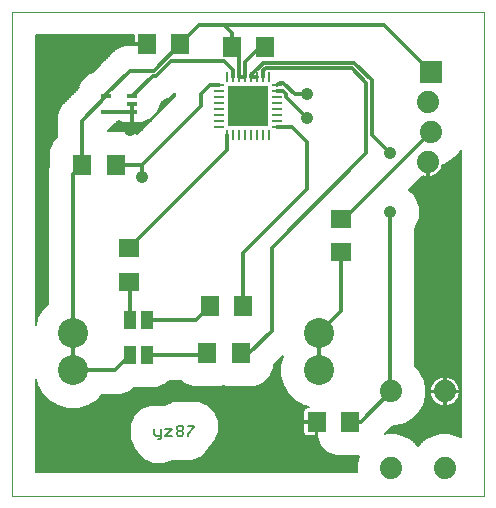
<source format=gtl>
G75*
%MOIN*%
%OFA0B0*%
%FSLAX25Y25*%
%IPPOS*%
%LPD*%
%AMOC8*
5,1,8,0,0,1.08239X$1,22.5*
%
%ADD10C,0.00000*%
%ADD11C,0.00600*%
%ADD12C,0.10000*%
%ADD13R,0.06299X0.07087*%
%ADD14R,0.07400X0.07400*%
%ADD15C,0.07400*%
%ADD16R,0.07098X0.06299*%
%ADD17R,0.06299X0.07098*%
%ADD18R,0.03937X0.05906*%
%ADD19R,0.03543X0.01575*%
%ADD20R,0.03346X0.01102*%
%ADD21R,0.01102X0.03346*%
%ADD22R,0.13583X0.13583*%
%ADD23C,0.00500*%
%ADD24C,0.01200*%
%ADD25C,0.04165*%
D10*
X0001300Y0013125D02*
X0001300Y0174542D01*
X0158780Y0174542D01*
X0158780Y0013125D01*
X0001300Y0013125D01*
D11*
X0009200Y0021025D02*
X0009200Y0052172D01*
X0009752Y0050114D01*
X0011450Y0047172D01*
X0013852Y0044771D01*
X0016793Y0043072D01*
X0020074Y0042193D01*
X0023471Y0042193D01*
X0026752Y0043072D01*
X0029693Y0044771D01*
X0031516Y0046593D01*
X0037518Y0046593D01*
X0040642Y0047887D01*
X0041878Y0049122D01*
X0049761Y0049122D01*
X0052665Y0050325D01*
X0053815Y0051475D01*
X0057708Y0051475D01*
X0058707Y0050477D01*
X0061610Y0049274D01*
X0071053Y0049274D01*
X0071930Y0049637D01*
X0072807Y0049274D01*
X0082249Y0049274D01*
X0085153Y0050477D01*
X0087375Y0052699D01*
X0088578Y0055602D01*
X0088578Y0056886D01*
X0091596Y0059904D01*
X0090762Y0056791D01*
X0090762Y0053395D01*
X0091641Y0050114D01*
X0093340Y0047172D01*
X0095741Y0044771D01*
X0098683Y0043072D01*
X0100395Y0042614D01*
X0099633Y0042614D01*
X0099302Y0042525D01*
X0099006Y0042354D01*
X0098764Y0042112D01*
X0098593Y0041815D01*
X0098504Y0041485D01*
X0098504Y0038070D01*
X0102653Y0038070D01*
X0102653Y0037470D01*
X0098504Y0037470D01*
X0098504Y0034056D01*
X0098593Y0033725D01*
X0098764Y0033429D01*
X0099006Y0033187D01*
X0099302Y0033016D01*
X0099633Y0032927D01*
X0102654Y0032927D01*
X0102654Y0037470D01*
X0102928Y0037470D01*
X0102928Y0032656D01*
X0104130Y0029752D01*
X0106353Y0027530D01*
X0109256Y0026327D01*
X0116894Y0026327D01*
X0116233Y0023860D01*
X0116233Y0021025D01*
X0009200Y0021025D01*
X0009200Y0021504D02*
X0116233Y0021504D01*
X0116233Y0022102D02*
X0009200Y0022102D01*
X0009200Y0022701D02*
X0116233Y0022701D01*
X0116233Y0023299D02*
X0009200Y0023299D01*
X0009200Y0023898D02*
X0048052Y0023898D01*
X0048347Y0023775D02*
X0052177Y0023775D01*
X0054915Y0024910D01*
X0061525Y0024910D01*
X0064538Y0026158D01*
X0066845Y0028465D01*
X0067246Y0029433D01*
X0069114Y0031300D01*
X0070362Y0034314D01*
X0070362Y0038144D01*
X0069114Y0041157D01*
X0066807Y0043464D01*
X0063793Y0044713D01*
X0055146Y0044713D01*
X0052408Y0043578D01*
X0049482Y0043578D01*
X0047213Y0043578D01*
X0044199Y0042330D01*
X0041892Y0040023D01*
X0040644Y0037009D01*
X0040644Y0032046D01*
X0041892Y0029032D01*
X0042460Y0028465D01*
X0042626Y0028299D01*
X0043027Y0027330D01*
X0045333Y0025024D01*
X0048347Y0023775D01*
X0046607Y0024496D02*
X0009200Y0024496D01*
X0009200Y0025095D02*
X0045262Y0025095D01*
X0044664Y0025693D02*
X0009200Y0025693D01*
X0009200Y0026292D02*
X0044065Y0026292D01*
X0043467Y0026890D02*
X0009200Y0026890D01*
X0009200Y0027489D02*
X0042961Y0027489D01*
X0042713Y0028087D02*
X0009200Y0028087D01*
X0009200Y0028686D02*
X0042238Y0028686D01*
X0041788Y0029284D02*
X0009200Y0029284D01*
X0009200Y0029883D02*
X0041540Y0029883D01*
X0041292Y0030481D02*
X0009200Y0030481D01*
X0009200Y0031080D02*
X0041044Y0031080D01*
X0040796Y0031678D02*
X0009200Y0031678D01*
X0009200Y0032277D02*
X0040644Y0032277D01*
X0040644Y0032875D02*
X0009200Y0032875D01*
X0009200Y0033474D02*
X0040644Y0033474D01*
X0040644Y0034073D02*
X0009200Y0034073D01*
X0009200Y0034671D02*
X0040644Y0034671D01*
X0040644Y0035270D02*
X0009200Y0035270D01*
X0009200Y0035868D02*
X0040644Y0035868D01*
X0040644Y0036467D02*
X0009200Y0036467D01*
X0009200Y0037065D02*
X0040667Y0037065D01*
X0040915Y0037664D02*
X0009200Y0037664D01*
X0009200Y0038262D02*
X0041163Y0038262D01*
X0041411Y0038861D02*
X0009200Y0038861D01*
X0009200Y0039459D02*
X0041659Y0039459D01*
X0041927Y0040058D02*
X0009200Y0040058D01*
X0009200Y0040656D02*
X0042525Y0040656D01*
X0043124Y0041255D02*
X0009200Y0041255D01*
X0009200Y0041853D02*
X0043722Y0041853D01*
X0044493Y0042452D02*
X0024436Y0042452D01*
X0026669Y0043050D02*
X0045938Y0043050D01*
X0041192Y0048437D02*
X0092610Y0048437D01*
X0092955Y0047838D02*
X0040524Y0047838D01*
X0039079Y0047240D02*
X0093301Y0047240D01*
X0093871Y0046641D02*
X0037634Y0046641D01*
X0041791Y0049035D02*
X0092264Y0049035D01*
X0091918Y0049634D02*
X0083118Y0049634D01*
X0084563Y0050232D02*
X0091610Y0050232D01*
X0091449Y0050831D02*
X0085507Y0050831D01*
X0086106Y0051429D02*
X0091289Y0051429D01*
X0091128Y0052028D02*
X0086704Y0052028D01*
X0087303Y0052626D02*
X0090968Y0052626D01*
X0090808Y0053225D02*
X0087593Y0053225D01*
X0087841Y0053823D02*
X0090762Y0053823D01*
X0090762Y0054422D02*
X0088089Y0054422D01*
X0088337Y0055020D02*
X0090762Y0055020D01*
X0090762Y0055619D02*
X0088578Y0055619D01*
X0088578Y0056217D02*
X0090762Y0056217D01*
X0090769Y0056816D02*
X0088578Y0056816D01*
X0089107Y0057414D02*
X0090929Y0057414D01*
X0091090Y0058013D02*
X0089705Y0058013D01*
X0090304Y0058611D02*
X0091250Y0058611D01*
X0091410Y0059210D02*
X0090902Y0059210D01*
X0091501Y0059809D02*
X0091571Y0059809D01*
X0094469Y0046043D02*
X0030965Y0046043D01*
X0030367Y0045444D02*
X0095068Y0045444D01*
X0095666Y0044846D02*
X0029768Y0044846D01*
X0028787Y0044247D02*
X0054023Y0044247D01*
X0052578Y0043649D02*
X0027750Y0043649D01*
X0019109Y0042452D02*
X0009200Y0042452D01*
X0009200Y0043050D02*
X0016875Y0043050D01*
X0015795Y0043649D02*
X0009200Y0043649D01*
X0009200Y0044247D02*
X0014758Y0044247D01*
X0013776Y0044846D02*
X0009200Y0044846D01*
X0009200Y0045444D02*
X0013178Y0045444D01*
X0012579Y0046043D02*
X0009200Y0046043D01*
X0009200Y0046641D02*
X0011981Y0046641D01*
X0011411Y0047240D02*
X0009200Y0047240D01*
X0009200Y0047838D02*
X0011065Y0047838D01*
X0010720Y0048437D02*
X0009200Y0048437D01*
X0009200Y0049035D02*
X0010374Y0049035D01*
X0010029Y0049634D02*
X0009200Y0049634D01*
X0009200Y0050232D02*
X0009720Y0050232D01*
X0009559Y0050831D02*
X0009200Y0050831D01*
X0009200Y0051429D02*
X0009399Y0051429D01*
X0009239Y0052028D02*
X0009200Y0052028D01*
X0009200Y0070219D02*
X0009200Y0166642D01*
X0042008Y0166642D01*
X0042008Y0164055D01*
X0045760Y0164055D01*
X0045160Y0163455D01*
X0042008Y0163455D01*
X0042008Y0163357D01*
X0038979Y0163357D01*
X0035855Y0162063D01*
X0033464Y0159672D01*
X0028232Y0154439D01*
X0026589Y0153759D01*
X0024366Y0151537D01*
X0023164Y0148633D01*
X0023164Y0148623D01*
X0017511Y0142971D01*
X0016217Y0139847D01*
X0016217Y0132653D01*
X0014870Y0131306D01*
X0013668Y0128403D01*
X0013668Y0122982D01*
X0013272Y0122028D01*
X0013272Y0077041D01*
X0011450Y0075219D01*
X0009752Y0072277D01*
X0009200Y0070219D01*
X0009200Y0070582D02*
X0009297Y0070582D01*
X0009200Y0071180D02*
X0009458Y0071180D01*
X0009618Y0071779D02*
X0009200Y0071779D01*
X0009200Y0072377D02*
X0009809Y0072377D01*
X0010155Y0072976D02*
X0009200Y0072976D01*
X0009200Y0073574D02*
X0010500Y0073574D01*
X0010846Y0074173D02*
X0009200Y0074173D01*
X0009200Y0074771D02*
X0011192Y0074771D01*
X0011601Y0075370D02*
X0009200Y0075370D01*
X0009200Y0075968D02*
X0012200Y0075968D01*
X0012798Y0076567D02*
X0009200Y0076567D01*
X0009200Y0077165D02*
X0013272Y0077165D01*
X0013272Y0077764D02*
X0009200Y0077764D01*
X0009200Y0078362D02*
X0013272Y0078362D01*
X0013272Y0078961D02*
X0009200Y0078961D01*
X0009200Y0079559D02*
X0013272Y0079559D01*
X0013272Y0080158D02*
X0009200Y0080158D01*
X0009200Y0080756D02*
X0013272Y0080756D01*
X0013272Y0081355D02*
X0009200Y0081355D01*
X0009200Y0081953D02*
X0013272Y0081953D01*
X0013272Y0082552D02*
X0009200Y0082552D01*
X0009200Y0083150D02*
X0013272Y0083150D01*
X0013272Y0083749D02*
X0009200Y0083749D01*
X0009200Y0084347D02*
X0013272Y0084347D01*
X0013272Y0084946D02*
X0009200Y0084946D01*
X0009200Y0085544D02*
X0013272Y0085544D01*
X0013272Y0086143D02*
X0009200Y0086143D01*
X0009200Y0086742D02*
X0013272Y0086742D01*
X0013272Y0087340D02*
X0009200Y0087340D01*
X0009200Y0087939D02*
X0013272Y0087939D01*
X0013272Y0088537D02*
X0009200Y0088537D01*
X0009200Y0089136D02*
X0013272Y0089136D01*
X0013272Y0089734D02*
X0009200Y0089734D01*
X0009200Y0090333D02*
X0013272Y0090333D01*
X0013272Y0090931D02*
X0009200Y0090931D01*
X0009200Y0091530D02*
X0013272Y0091530D01*
X0013272Y0092128D02*
X0009200Y0092128D01*
X0009200Y0092727D02*
X0013272Y0092727D01*
X0013272Y0093325D02*
X0009200Y0093325D01*
X0009200Y0093924D02*
X0013272Y0093924D01*
X0013272Y0094522D02*
X0009200Y0094522D01*
X0009200Y0095121D02*
X0013272Y0095121D01*
X0013272Y0095719D02*
X0009200Y0095719D01*
X0009200Y0096318D02*
X0013272Y0096318D01*
X0013272Y0096916D02*
X0009200Y0096916D01*
X0009200Y0097515D02*
X0013272Y0097515D01*
X0013272Y0098113D02*
X0009200Y0098113D01*
X0009200Y0098712D02*
X0013272Y0098712D01*
X0013272Y0099310D02*
X0009200Y0099310D01*
X0009200Y0099909D02*
X0013272Y0099909D01*
X0013272Y0100507D02*
X0009200Y0100507D01*
X0009200Y0101106D02*
X0013272Y0101106D01*
X0013272Y0101704D02*
X0009200Y0101704D01*
X0009200Y0102303D02*
X0013272Y0102303D01*
X0013272Y0102901D02*
X0009200Y0102901D01*
X0009200Y0103500D02*
X0013272Y0103500D01*
X0013272Y0104098D02*
X0009200Y0104098D01*
X0009200Y0104697D02*
X0013272Y0104697D01*
X0013272Y0105295D02*
X0009200Y0105295D01*
X0009200Y0105894D02*
X0013272Y0105894D01*
X0013272Y0106492D02*
X0009200Y0106492D01*
X0009200Y0107091D02*
X0013272Y0107091D01*
X0013272Y0107689D02*
X0009200Y0107689D01*
X0009200Y0108288D02*
X0013272Y0108288D01*
X0013272Y0108886D02*
X0009200Y0108886D01*
X0009200Y0109485D02*
X0013272Y0109485D01*
X0013272Y0110083D02*
X0009200Y0110083D01*
X0009200Y0110682D02*
X0013272Y0110682D01*
X0013272Y0111280D02*
X0009200Y0111280D01*
X0009200Y0111879D02*
X0013272Y0111879D01*
X0013272Y0112477D02*
X0009200Y0112477D01*
X0009200Y0113076D02*
X0013272Y0113076D01*
X0013272Y0113675D02*
X0009200Y0113675D01*
X0009200Y0114273D02*
X0013272Y0114273D01*
X0013272Y0114872D02*
X0009200Y0114872D01*
X0009200Y0115470D02*
X0013272Y0115470D01*
X0013272Y0116069D02*
X0009200Y0116069D01*
X0009200Y0116667D02*
X0013272Y0116667D01*
X0013272Y0117266D02*
X0009200Y0117266D01*
X0009200Y0117864D02*
X0013272Y0117864D01*
X0013272Y0118463D02*
X0009200Y0118463D01*
X0009200Y0119061D02*
X0013272Y0119061D01*
X0013272Y0119660D02*
X0009200Y0119660D01*
X0009200Y0120258D02*
X0013272Y0120258D01*
X0013272Y0120857D02*
X0009200Y0120857D01*
X0009200Y0121455D02*
X0013272Y0121455D01*
X0013283Y0122054D02*
X0009200Y0122054D01*
X0009200Y0122652D02*
X0013531Y0122652D01*
X0013668Y0123251D02*
X0009200Y0123251D01*
X0009200Y0123849D02*
X0013668Y0123849D01*
X0013668Y0124448D02*
X0009200Y0124448D01*
X0009200Y0125046D02*
X0013668Y0125046D01*
X0013668Y0125645D02*
X0009200Y0125645D01*
X0009200Y0126243D02*
X0013668Y0126243D01*
X0013668Y0126842D02*
X0009200Y0126842D01*
X0009200Y0127440D02*
X0013668Y0127440D01*
X0013668Y0128039D02*
X0009200Y0128039D01*
X0009200Y0128637D02*
X0013765Y0128637D01*
X0014013Y0129236D02*
X0009200Y0129236D01*
X0009200Y0129834D02*
X0014261Y0129834D01*
X0014509Y0130433D02*
X0009200Y0130433D01*
X0009200Y0131031D02*
X0014757Y0131031D01*
X0015194Y0131630D02*
X0009200Y0131630D01*
X0009200Y0132228D02*
X0015792Y0132228D01*
X0016217Y0132827D02*
X0009200Y0132827D01*
X0009200Y0133425D02*
X0016217Y0133425D01*
X0016217Y0134024D02*
X0009200Y0134024D01*
X0009200Y0134622D02*
X0016217Y0134622D01*
X0016217Y0135221D02*
X0009200Y0135221D01*
X0009200Y0135819D02*
X0016217Y0135819D01*
X0016217Y0136418D02*
X0009200Y0136418D01*
X0009200Y0137016D02*
X0016217Y0137016D01*
X0016217Y0137615D02*
X0009200Y0137615D01*
X0009200Y0138213D02*
X0016217Y0138213D01*
X0016217Y0138812D02*
X0009200Y0138812D01*
X0009200Y0139411D02*
X0016217Y0139411D01*
X0016284Y0140009D02*
X0009200Y0140009D01*
X0009200Y0140608D02*
X0016532Y0140608D01*
X0016780Y0141206D02*
X0009200Y0141206D01*
X0009200Y0141805D02*
X0017028Y0141805D01*
X0017276Y0142403D02*
X0009200Y0142403D01*
X0009200Y0143002D02*
X0017542Y0143002D01*
X0018140Y0143600D02*
X0009200Y0143600D01*
X0009200Y0144199D02*
X0018739Y0144199D01*
X0019338Y0144797D02*
X0009200Y0144797D01*
X0009200Y0145396D02*
X0019936Y0145396D01*
X0020535Y0145994D02*
X0009200Y0145994D01*
X0009200Y0146593D02*
X0021133Y0146593D01*
X0021732Y0147191D02*
X0009200Y0147191D01*
X0009200Y0147790D02*
X0022330Y0147790D01*
X0022929Y0148388D02*
X0009200Y0148388D01*
X0009200Y0148987D02*
X0023310Y0148987D01*
X0023558Y0149585D02*
X0009200Y0149585D01*
X0009200Y0150184D02*
X0023806Y0150184D01*
X0024054Y0150782D02*
X0009200Y0150782D01*
X0009200Y0151381D02*
X0024302Y0151381D01*
X0024809Y0151979D02*
X0009200Y0151979D01*
X0009200Y0152578D02*
X0025408Y0152578D01*
X0026006Y0153176D02*
X0009200Y0153176D01*
X0009200Y0153775D02*
X0026627Y0153775D01*
X0028072Y0154373D02*
X0009200Y0154373D01*
X0009200Y0154972D02*
X0028764Y0154972D01*
X0029363Y0155570D02*
X0009200Y0155570D01*
X0009200Y0156169D02*
X0029961Y0156169D01*
X0030560Y0156767D02*
X0009200Y0156767D01*
X0009200Y0157366D02*
X0031158Y0157366D01*
X0031757Y0157964D02*
X0009200Y0157964D01*
X0009200Y0158563D02*
X0032355Y0158563D01*
X0032954Y0159161D02*
X0009200Y0159161D01*
X0009200Y0159760D02*
X0033552Y0159760D01*
X0034151Y0160358D02*
X0009200Y0160358D01*
X0009200Y0160957D02*
X0034749Y0160957D01*
X0035348Y0161555D02*
X0009200Y0161555D01*
X0009200Y0162154D02*
X0036075Y0162154D01*
X0037520Y0162752D02*
X0009200Y0162752D01*
X0009200Y0163351D02*
X0038965Y0163351D01*
X0042008Y0164548D02*
X0009200Y0164548D01*
X0009200Y0165146D02*
X0042008Y0165146D01*
X0042008Y0165745D02*
X0009200Y0165745D01*
X0009200Y0166344D02*
X0042008Y0166344D01*
X0045655Y0163949D02*
X0009200Y0163949D01*
X0036169Y0137587D02*
X0033313Y0134731D01*
X0040635Y0134731D01*
X0043051Y0133731D01*
X0055792Y0146472D01*
X0055792Y0147499D01*
X0054144Y0145851D01*
X0052352Y0145109D01*
X0051168Y0143925D01*
X0051168Y0143915D01*
X0049966Y0141012D01*
X0047743Y0138790D01*
X0044840Y0137587D01*
X0038154Y0137587D01*
X0037166Y0137996D01*
X0036178Y0137587D01*
X0036169Y0137587D01*
X0036246Y0137615D02*
X0038086Y0137615D01*
X0035598Y0137016D02*
X0046336Y0137016D01*
X0045738Y0136418D02*
X0035000Y0136418D01*
X0034401Y0135819D02*
X0045139Y0135819D01*
X0044541Y0135221D02*
X0033803Y0135221D01*
X0040898Y0134622D02*
X0043942Y0134622D01*
X0043344Y0134024D02*
X0042343Y0134024D01*
X0044908Y0137615D02*
X0046935Y0137615D01*
X0046353Y0138213D02*
X0047533Y0138213D01*
X0047766Y0138812D02*
X0048132Y0138812D01*
X0048364Y0139411D02*
X0048730Y0139411D01*
X0048963Y0140009D02*
X0049329Y0140009D01*
X0049561Y0140608D02*
X0049927Y0140608D01*
X0050046Y0141206D02*
X0050526Y0141206D01*
X0050294Y0141805D02*
X0051124Y0141805D01*
X0050542Y0142403D02*
X0051723Y0142403D01*
X0052321Y0143002D02*
X0050790Y0143002D01*
X0051038Y0143600D02*
X0052920Y0143600D01*
X0053518Y0144199D02*
X0051442Y0144199D01*
X0052041Y0144797D02*
X0054117Y0144797D01*
X0054715Y0145396D02*
X0053045Y0145396D01*
X0054287Y0145994D02*
X0055314Y0145994D01*
X0054886Y0146593D02*
X0055792Y0146593D01*
X0055792Y0147191D02*
X0055484Y0147191D01*
X0133832Y0115183D02*
X0138246Y0119597D01*
X0138763Y0119429D01*
X0139540Y0119306D01*
X0139634Y0119306D01*
X0139634Y0120985D01*
X0140234Y0121585D01*
X0140234Y0119306D01*
X0140327Y0119306D01*
X0141105Y0119429D01*
X0141853Y0119672D01*
X0142554Y0120029D01*
X0143191Y0120492D01*
X0143748Y0121048D01*
X0144210Y0121685D01*
X0144568Y0122386D01*
X0144811Y0123135D01*
X0144844Y0123344D01*
X0145411Y0123496D01*
X0148056Y0125023D01*
X0150216Y0127183D01*
X0150880Y0128334D01*
X0150880Y0032698D01*
X0150110Y0033142D01*
X0147160Y0033932D01*
X0144106Y0033932D01*
X0141156Y0033142D01*
X0138510Y0031615D01*
X0136733Y0029837D01*
X0134956Y0031615D01*
X0132310Y0033142D01*
X0129360Y0033932D01*
X0126306Y0033932D01*
X0125688Y0033767D01*
X0128254Y0036332D01*
X0129360Y0036332D01*
X0132310Y0037123D01*
X0134956Y0038650D01*
X0137115Y0040810D01*
X0138643Y0043455D01*
X0139433Y0046405D01*
X0139433Y0049460D01*
X0138643Y0052410D01*
X0137115Y0055055D01*
X0135784Y0056386D01*
X0135784Y0102048D01*
X0137267Y0105627D01*
X0137267Y0109598D01*
X0135747Y0113268D01*
X0133832Y0115183D01*
X0134119Y0115470D02*
X0150880Y0115470D01*
X0150880Y0114872D02*
X0134143Y0114872D01*
X0134742Y0114273D02*
X0150880Y0114273D01*
X0150880Y0113675D02*
X0135340Y0113675D01*
X0135826Y0113076D02*
X0150880Y0113076D01*
X0150880Y0112477D02*
X0136074Y0112477D01*
X0136322Y0111879D02*
X0150880Y0111879D01*
X0150880Y0111280D02*
X0136570Y0111280D01*
X0136818Y0110682D02*
X0150880Y0110682D01*
X0150880Y0110083D02*
X0137066Y0110083D01*
X0137267Y0109485D02*
X0150880Y0109485D01*
X0150880Y0108886D02*
X0137267Y0108886D01*
X0137267Y0108288D02*
X0150880Y0108288D01*
X0150880Y0107689D02*
X0137267Y0107689D01*
X0137267Y0107091D02*
X0150880Y0107091D01*
X0150880Y0106492D02*
X0137267Y0106492D01*
X0137267Y0105894D02*
X0150880Y0105894D01*
X0150880Y0105295D02*
X0137129Y0105295D01*
X0136882Y0104697D02*
X0150880Y0104697D01*
X0150880Y0104098D02*
X0136634Y0104098D01*
X0136386Y0103500D02*
X0150880Y0103500D01*
X0150880Y0102901D02*
X0136138Y0102901D01*
X0135890Y0102303D02*
X0150880Y0102303D01*
X0150880Y0101704D02*
X0135784Y0101704D01*
X0135784Y0101106D02*
X0150880Y0101106D01*
X0150880Y0100507D02*
X0135784Y0100507D01*
X0135784Y0099909D02*
X0150880Y0099909D01*
X0150880Y0099310D02*
X0135784Y0099310D01*
X0135784Y0098712D02*
X0150880Y0098712D01*
X0150880Y0098113D02*
X0135784Y0098113D01*
X0135784Y0097515D02*
X0150880Y0097515D01*
X0150880Y0096916D02*
X0135784Y0096916D01*
X0135784Y0096318D02*
X0150880Y0096318D01*
X0150880Y0095719D02*
X0135784Y0095719D01*
X0135784Y0095121D02*
X0150880Y0095121D01*
X0150880Y0094522D02*
X0135784Y0094522D01*
X0135784Y0093924D02*
X0150880Y0093924D01*
X0150880Y0093325D02*
X0135784Y0093325D01*
X0135784Y0092727D02*
X0150880Y0092727D01*
X0150880Y0092128D02*
X0135784Y0092128D01*
X0135784Y0091530D02*
X0150880Y0091530D01*
X0150880Y0090931D02*
X0135784Y0090931D01*
X0135784Y0090333D02*
X0150880Y0090333D01*
X0150880Y0089734D02*
X0135784Y0089734D01*
X0135784Y0089136D02*
X0150880Y0089136D01*
X0150880Y0088537D02*
X0135784Y0088537D01*
X0135784Y0087939D02*
X0150880Y0087939D01*
X0150880Y0087340D02*
X0135784Y0087340D01*
X0135784Y0086742D02*
X0150880Y0086742D01*
X0150880Y0086143D02*
X0135784Y0086143D01*
X0135784Y0085544D02*
X0150880Y0085544D01*
X0150880Y0084946D02*
X0135784Y0084946D01*
X0135784Y0084347D02*
X0150880Y0084347D01*
X0150880Y0083749D02*
X0135784Y0083749D01*
X0135784Y0083150D02*
X0150880Y0083150D01*
X0150880Y0082552D02*
X0135784Y0082552D01*
X0135784Y0081953D02*
X0150880Y0081953D01*
X0150880Y0081355D02*
X0135784Y0081355D01*
X0135784Y0080756D02*
X0150880Y0080756D01*
X0150880Y0080158D02*
X0135784Y0080158D01*
X0135784Y0079559D02*
X0150880Y0079559D01*
X0150880Y0078961D02*
X0135784Y0078961D01*
X0135784Y0078362D02*
X0150880Y0078362D01*
X0150880Y0077764D02*
X0135784Y0077764D01*
X0135784Y0077165D02*
X0150880Y0077165D01*
X0150880Y0076567D02*
X0135784Y0076567D01*
X0135784Y0075968D02*
X0150880Y0075968D01*
X0150880Y0075370D02*
X0135784Y0075370D01*
X0135784Y0074771D02*
X0150880Y0074771D01*
X0150880Y0074173D02*
X0135784Y0074173D01*
X0135784Y0073574D02*
X0150880Y0073574D01*
X0150880Y0072976D02*
X0135784Y0072976D01*
X0135784Y0072377D02*
X0150880Y0072377D01*
X0150880Y0071779D02*
X0135784Y0071779D01*
X0135784Y0071180D02*
X0150880Y0071180D01*
X0150880Y0070582D02*
X0135784Y0070582D01*
X0135784Y0069983D02*
X0150880Y0069983D01*
X0150880Y0069385D02*
X0135784Y0069385D01*
X0135784Y0068786D02*
X0150880Y0068786D01*
X0150880Y0068188D02*
X0135784Y0068188D01*
X0135784Y0067589D02*
X0150880Y0067589D01*
X0150880Y0066991D02*
X0135784Y0066991D01*
X0135784Y0066392D02*
X0150880Y0066392D01*
X0150880Y0065794D02*
X0135784Y0065794D01*
X0135784Y0065195D02*
X0150880Y0065195D01*
X0150880Y0064597D02*
X0135784Y0064597D01*
X0135784Y0063998D02*
X0150880Y0063998D01*
X0150880Y0063400D02*
X0135784Y0063400D01*
X0135784Y0062801D02*
X0150880Y0062801D01*
X0150880Y0062203D02*
X0135784Y0062203D01*
X0135784Y0061604D02*
X0150880Y0061604D01*
X0150880Y0061006D02*
X0135784Y0061006D01*
X0135784Y0060407D02*
X0150880Y0060407D01*
X0150880Y0059809D02*
X0135784Y0059809D01*
X0135784Y0059210D02*
X0150880Y0059210D01*
X0150880Y0058611D02*
X0135784Y0058611D01*
X0135784Y0058013D02*
X0150880Y0058013D01*
X0150880Y0057414D02*
X0135784Y0057414D01*
X0135784Y0056816D02*
X0150880Y0056816D01*
X0150880Y0056217D02*
X0135953Y0056217D01*
X0136552Y0055619D02*
X0150880Y0055619D01*
X0150880Y0055020D02*
X0137135Y0055020D01*
X0137481Y0054422D02*
X0150880Y0054422D01*
X0150880Y0053823D02*
X0137826Y0053823D01*
X0138172Y0053225D02*
X0150880Y0053225D01*
X0150880Y0052626D02*
X0147367Y0052626D01*
X0147552Y0052566D02*
X0146804Y0052809D01*
X0146027Y0052932D01*
X0145933Y0052932D01*
X0145933Y0048233D01*
X0145333Y0048233D01*
X0145333Y0052932D01*
X0145240Y0052932D01*
X0144462Y0052809D01*
X0143714Y0052566D01*
X0143012Y0052209D01*
X0142376Y0051746D01*
X0141819Y0051190D01*
X0141357Y0050553D01*
X0140999Y0049852D01*
X0140756Y0049103D01*
X0140633Y0048326D01*
X0140633Y0048232D01*
X0145333Y0048232D01*
X0145333Y0047632D01*
X0145933Y0047632D01*
X0145933Y0042932D01*
X0146027Y0042932D01*
X0146804Y0043056D01*
X0147552Y0043299D01*
X0148254Y0043656D01*
X0148890Y0044119D01*
X0149447Y0044675D01*
X0149909Y0045312D01*
X0150267Y0046013D01*
X0150510Y0046762D01*
X0150633Y0047539D01*
X0150633Y0047632D01*
X0145933Y0047632D01*
X0145933Y0048232D01*
X0150633Y0048232D01*
X0150633Y0048326D01*
X0150510Y0049103D01*
X0150267Y0049852D01*
X0149909Y0050553D01*
X0149447Y0051190D01*
X0148890Y0051746D01*
X0148254Y0052209D01*
X0147552Y0052566D01*
X0148503Y0052028D02*
X0150880Y0052028D01*
X0150880Y0051429D02*
X0149207Y0051429D01*
X0149708Y0050831D02*
X0150880Y0050831D01*
X0150880Y0050232D02*
X0150073Y0050232D01*
X0150338Y0049634D02*
X0150880Y0049634D01*
X0150880Y0049035D02*
X0150521Y0049035D01*
X0150616Y0048437D02*
X0150880Y0048437D01*
X0150880Y0047838D02*
X0145933Y0047838D01*
X0145933Y0047240D02*
X0145333Y0047240D01*
X0145333Y0047632D02*
X0145333Y0042932D01*
X0145240Y0042932D01*
X0144462Y0043056D01*
X0143714Y0043299D01*
X0143012Y0043656D01*
X0142376Y0044119D01*
X0141819Y0044675D01*
X0141357Y0045312D01*
X0140999Y0046013D01*
X0140756Y0046762D01*
X0140633Y0047539D01*
X0140633Y0047632D01*
X0145333Y0047632D01*
X0145333Y0047838D02*
X0139433Y0047838D01*
X0139433Y0047240D02*
X0140680Y0047240D01*
X0140795Y0046641D02*
X0139433Y0046641D01*
X0139336Y0046043D02*
X0140990Y0046043D01*
X0141289Y0045444D02*
X0139176Y0045444D01*
X0139015Y0044846D02*
X0141695Y0044846D01*
X0142247Y0044247D02*
X0138855Y0044247D01*
X0138694Y0043649D02*
X0143027Y0043649D01*
X0144496Y0043050D02*
X0138409Y0043050D01*
X0138063Y0042452D02*
X0150880Y0042452D01*
X0150880Y0043050D02*
X0146770Y0043050D01*
X0145933Y0043050D02*
X0145333Y0043050D01*
X0145333Y0043649D02*
X0145933Y0043649D01*
X0145933Y0044247D02*
X0145333Y0044247D01*
X0145333Y0044846D02*
X0145933Y0044846D01*
X0145933Y0045444D02*
X0145333Y0045444D01*
X0145333Y0046043D02*
X0145933Y0046043D01*
X0145933Y0046641D02*
X0145333Y0046641D01*
X0145333Y0048437D02*
X0145933Y0048437D01*
X0145933Y0049035D02*
X0145333Y0049035D01*
X0145333Y0049634D02*
X0145933Y0049634D01*
X0145933Y0050232D02*
X0145333Y0050232D01*
X0145333Y0050831D02*
X0145933Y0050831D01*
X0145933Y0051429D02*
X0145333Y0051429D01*
X0145333Y0052028D02*
X0145933Y0052028D01*
X0145933Y0052626D02*
X0145333Y0052626D01*
X0143899Y0052626D02*
X0138518Y0052626D01*
X0138745Y0052028D02*
X0142763Y0052028D01*
X0142059Y0051429D02*
X0138905Y0051429D01*
X0139066Y0050831D02*
X0141559Y0050831D01*
X0141193Y0050232D02*
X0139226Y0050232D01*
X0139386Y0049634D02*
X0140929Y0049634D01*
X0140745Y0049035D02*
X0139433Y0049035D01*
X0139433Y0048437D02*
X0140651Y0048437D01*
X0137718Y0041853D02*
X0150880Y0041853D01*
X0150880Y0041255D02*
X0137372Y0041255D01*
X0136962Y0040656D02*
X0150880Y0040656D01*
X0150880Y0040058D02*
X0136363Y0040058D01*
X0135765Y0039459D02*
X0150880Y0039459D01*
X0150880Y0038861D02*
X0135166Y0038861D01*
X0134283Y0038262D02*
X0150880Y0038262D01*
X0150880Y0037664D02*
X0133247Y0037664D01*
X0132094Y0037065D02*
X0150880Y0037065D01*
X0150880Y0036467D02*
X0129861Y0036467D01*
X0127789Y0035868D02*
X0150880Y0035868D01*
X0150880Y0035270D02*
X0127191Y0035270D01*
X0126592Y0034671D02*
X0150880Y0034671D01*
X0150880Y0034073D02*
X0125994Y0034073D01*
X0131071Y0033474D02*
X0142395Y0033474D01*
X0140694Y0032875D02*
X0132772Y0032875D01*
X0133809Y0032277D02*
X0139657Y0032277D01*
X0138621Y0031678D02*
X0134845Y0031678D01*
X0135490Y0031080D02*
X0137976Y0031080D01*
X0137377Y0030481D02*
X0136089Y0030481D01*
X0136687Y0029883D02*
X0136779Y0029883D01*
X0148871Y0033474D02*
X0150880Y0033474D01*
X0150880Y0032875D02*
X0150572Y0032875D01*
X0150880Y0043649D02*
X0148239Y0043649D01*
X0149019Y0044247D02*
X0150880Y0044247D01*
X0150880Y0044846D02*
X0149571Y0044846D01*
X0149977Y0045444D02*
X0150880Y0045444D01*
X0150880Y0046043D02*
X0150276Y0046043D01*
X0150471Y0046641D02*
X0150880Y0046641D01*
X0150880Y0047240D02*
X0150586Y0047240D01*
X0116885Y0026292D02*
X0064672Y0026292D01*
X0065271Y0026890D02*
X0107896Y0026890D01*
X0106451Y0027489D02*
X0065869Y0027489D01*
X0066468Y0028087D02*
X0105795Y0028087D01*
X0105196Y0028686D02*
X0066937Y0028686D01*
X0067185Y0029284D02*
X0104598Y0029284D01*
X0104076Y0029883D02*
X0067696Y0029883D01*
X0068295Y0030481D02*
X0103828Y0030481D01*
X0103580Y0031080D02*
X0068893Y0031080D01*
X0069270Y0031678D02*
X0103332Y0031678D01*
X0103084Y0032277D02*
X0069518Y0032277D01*
X0069766Y0032875D02*
X0102928Y0032875D01*
X0102928Y0033474D02*
X0102654Y0033474D01*
X0102654Y0034073D02*
X0102928Y0034073D01*
X0102928Y0034671D02*
X0102654Y0034671D01*
X0102654Y0035270D02*
X0102928Y0035270D01*
X0102928Y0035868D02*
X0102654Y0035868D01*
X0102654Y0036467D02*
X0102928Y0036467D01*
X0102928Y0037065D02*
X0102654Y0037065D01*
X0102653Y0037664D02*
X0070362Y0037664D01*
X0070362Y0037065D02*
X0098504Y0037065D01*
X0098504Y0036467D02*
X0070362Y0036467D01*
X0070362Y0035868D02*
X0098504Y0035868D01*
X0098504Y0035270D02*
X0070362Y0035270D01*
X0070362Y0034671D02*
X0098504Y0034671D01*
X0098504Y0034073D02*
X0070262Y0034073D01*
X0070014Y0033474D02*
X0098738Y0033474D01*
X0098504Y0038262D02*
X0070313Y0038262D01*
X0070065Y0038861D02*
X0098504Y0038861D01*
X0098504Y0039459D02*
X0069817Y0039459D01*
X0069569Y0040058D02*
X0098504Y0040058D01*
X0098504Y0040656D02*
X0069321Y0040656D01*
X0069017Y0041255D02*
X0098504Y0041255D01*
X0098614Y0041853D02*
X0068418Y0041853D01*
X0067820Y0042452D02*
X0099175Y0042452D01*
X0098765Y0043050D02*
X0067221Y0043050D01*
X0066362Y0043649D02*
X0097685Y0043649D01*
X0096648Y0044247D02*
X0064917Y0044247D01*
X0060741Y0049634D02*
X0050996Y0049634D01*
X0052441Y0050232D02*
X0059296Y0050232D01*
X0058353Y0050831D02*
X0053171Y0050831D01*
X0053769Y0051429D02*
X0057754Y0051429D01*
X0071922Y0049634D02*
X0071938Y0049634D01*
X0062162Y0036513D02*
X0059894Y0036513D01*
X0058479Y0035945D02*
X0058479Y0035378D01*
X0057912Y0034811D01*
X0056778Y0034811D01*
X0056210Y0035378D01*
X0056210Y0035945D01*
X0056778Y0036513D01*
X0057912Y0036513D01*
X0058479Y0035945D01*
X0057912Y0034811D02*
X0058479Y0034244D01*
X0058479Y0033677D01*
X0057912Y0033110D01*
X0056778Y0033110D01*
X0056210Y0033677D01*
X0056210Y0034244D01*
X0056778Y0034811D01*
X0054796Y0035378D02*
X0052527Y0033110D01*
X0054796Y0033110D01*
X0054796Y0035378D02*
X0052527Y0035378D01*
X0051113Y0035378D02*
X0051113Y0032543D01*
X0050546Y0031975D01*
X0049978Y0031975D01*
X0049411Y0033110D02*
X0051113Y0033110D01*
X0049411Y0033110D02*
X0048844Y0033677D01*
X0048844Y0035378D01*
X0059894Y0033677D02*
X0059894Y0033110D01*
X0059894Y0033677D02*
X0062162Y0035945D01*
X0062162Y0036513D01*
X0063417Y0025693D02*
X0116724Y0025693D01*
X0116564Y0025095D02*
X0061972Y0025095D01*
X0053917Y0024496D02*
X0116404Y0024496D01*
X0116243Y0023898D02*
X0052472Y0023898D01*
X0134718Y0116069D02*
X0150880Y0116069D01*
X0150880Y0116667D02*
X0135316Y0116667D01*
X0135915Y0117266D02*
X0150880Y0117266D01*
X0150880Y0117864D02*
X0136513Y0117864D01*
X0137112Y0118463D02*
X0150880Y0118463D01*
X0150880Y0119061D02*
X0137710Y0119061D01*
X0139634Y0119660D02*
X0140234Y0119660D01*
X0140234Y0120258D02*
X0139634Y0120258D01*
X0139634Y0120857D02*
X0140234Y0120857D01*
X0140234Y0121455D02*
X0140104Y0121455D01*
X0141815Y0119660D02*
X0150880Y0119660D01*
X0150880Y0120258D02*
X0142869Y0120258D01*
X0143556Y0120857D02*
X0150880Y0120857D01*
X0150880Y0121455D02*
X0144043Y0121455D01*
X0144398Y0122054D02*
X0150880Y0122054D01*
X0150880Y0122652D02*
X0144654Y0122652D01*
X0144829Y0123251D02*
X0150880Y0123251D01*
X0150880Y0123849D02*
X0146023Y0123849D01*
X0147059Y0124448D02*
X0150880Y0124448D01*
X0150880Y0125046D02*
X0148079Y0125046D01*
X0148678Y0125645D02*
X0150880Y0125645D01*
X0150880Y0126243D02*
X0149276Y0126243D01*
X0149875Y0126842D02*
X0150880Y0126842D01*
X0150880Y0127440D02*
X0150365Y0127440D01*
X0150710Y0128039D02*
X0150880Y0128039D01*
D12*
X0103662Y0067298D03*
X0103662Y0055093D03*
X0021772Y0055093D03*
X0021772Y0067298D03*
D13*
X0102954Y0037770D03*
X0113977Y0037770D03*
X0085552Y0162731D03*
X0074528Y0162731D03*
X0057481Y0163755D03*
X0046457Y0163755D03*
D14*
X0140934Y0154306D03*
D15*
X0139934Y0144306D03*
X0140934Y0134306D03*
X0139934Y0124306D03*
X0145633Y0047932D03*
X0127833Y0047932D03*
X0127833Y0022332D03*
X0145633Y0022332D03*
D16*
X0111182Y0094337D03*
X0111182Y0105534D03*
X0040316Y0095731D03*
X0040316Y0084534D03*
D17*
X0066331Y0060723D03*
X0077528Y0060723D03*
X0078473Y0076471D03*
X0067276Y0076471D03*
X0035914Y0123282D03*
X0024717Y0123282D03*
D18*
X0040709Y0071786D03*
X0046221Y0071786D03*
X0046221Y0059975D03*
X0040709Y0059975D03*
D19*
X0041497Y0141156D03*
X0041497Y0143715D03*
X0041497Y0146274D03*
X0032835Y0146274D03*
X0032835Y0141156D03*
D20*
X0070296Y0142062D03*
X0070296Y0144030D03*
X0070296Y0145999D03*
X0070296Y0147967D03*
X0070296Y0149936D03*
X0070296Y0140093D03*
X0070296Y0138125D03*
X0070296Y0136156D03*
X0089784Y0136156D03*
X0089784Y0138125D03*
X0089784Y0140093D03*
X0089784Y0142062D03*
X0089784Y0144030D03*
X0089784Y0145999D03*
X0089784Y0147967D03*
X0089784Y0149936D03*
D21*
X0086932Y0152790D03*
X0084963Y0152790D03*
X0082994Y0152790D03*
X0081025Y0152790D03*
X0079056Y0152790D03*
X0077087Y0152790D03*
X0075118Y0152790D03*
X0073149Y0152790D03*
X0073149Y0133302D03*
X0075118Y0133302D03*
X0077087Y0133302D03*
X0079056Y0133302D03*
X0081025Y0133302D03*
X0082994Y0133302D03*
X0084963Y0133302D03*
X0086932Y0133302D03*
D22*
X0080040Y0143046D03*
D23*
X0079240Y0144646D02*
X0079235Y0144699D01*
X0079226Y0144752D01*
X0079213Y0144804D01*
X0079196Y0144855D01*
X0079176Y0144905D01*
X0079152Y0144953D01*
X0079125Y0145000D01*
X0079094Y0145044D01*
X0079061Y0145086D01*
X0079024Y0145125D01*
X0078985Y0145162D01*
X0078944Y0145196D01*
X0078900Y0145227D01*
X0078854Y0145254D01*
X0078806Y0145279D01*
X0078756Y0145299D01*
X0078705Y0145317D01*
X0078653Y0145330D01*
X0078601Y0145340D01*
X0078547Y0145346D01*
X0078494Y0145348D01*
X0078440Y0145346D01*
X0078387Y0145341D01*
X0078334Y0145332D01*
X0078282Y0145319D01*
X0078231Y0145302D01*
X0078181Y0145282D01*
X0078133Y0145258D01*
X0078086Y0145231D01*
X0078042Y0145200D01*
X0078000Y0145167D01*
X0077961Y0145130D01*
X0077924Y0145091D01*
X0077890Y0145050D01*
X0077859Y0145006D01*
X0077832Y0144960D01*
X0077807Y0144912D01*
X0077787Y0144862D01*
X0077769Y0144811D01*
X0077756Y0144759D01*
X0077746Y0144707D01*
X0077740Y0144653D01*
X0077738Y0144600D01*
X0077740Y0144546D01*
X0077745Y0144493D01*
X0077754Y0144440D01*
X0077767Y0144388D01*
X0077784Y0144337D01*
X0077804Y0144287D01*
X0077828Y0144239D01*
X0077855Y0144192D01*
X0077886Y0144148D01*
X0077919Y0144106D01*
X0077956Y0144067D01*
X0077995Y0144030D01*
X0078036Y0143996D01*
X0078080Y0143965D01*
X0078126Y0143938D01*
X0078174Y0143913D01*
X0078224Y0143893D01*
X0078275Y0143875D01*
X0078327Y0143862D01*
X0078379Y0143852D01*
X0078433Y0143846D01*
X0078486Y0143844D01*
X0078540Y0143846D01*
X0078593Y0143851D01*
X0078646Y0143860D01*
X0078698Y0143873D01*
X0078749Y0143890D01*
X0078799Y0143910D01*
X0078847Y0143934D01*
X0078894Y0143961D01*
X0078938Y0143992D01*
X0078980Y0144025D01*
X0079019Y0144062D01*
X0079056Y0144101D01*
X0079090Y0144142D01*
X0079121Y0144186D01*
X0079148Y0144232D01*
X0079173Y0144280D01*
X0079193Y0144330D01*
X0079211Y0144381D01*
X0079224Y0144433D01*
X0079234Y0144485D01*
X0079240Y0144539D01*
X0079242Y0144592D01*
X0079240Y0144646D01*
X0080840Y0144546D02*
X0080838Y0144600D01*
X0080840Y0144653D01*
X0080846Y0144707D01*
X0080856Y0144759D01*
X0080869Y0144811D01*
X0080887Y0144862D01*
X0080907Y0144912D01*
X0080932Y0144960D01*
X0080959Y0145006D01*
X0080990Y0145050D01*
X0081024Y0145091D01*
X0081061Y0145130D01*
X0081100Y0145167D01*
X0081142Y0145200D01*
X0081186Y0145231D01*
X0081233Y0145258D01*
X0081281Y0145282D01*
X0081331Y0145302D01*
X0081382Y0145319D01*
X0081434Y0145332D01*
X0081487Y0145341D01*
X0081540Y0145346D01*
X0081594Y0145348D01*
X0081647Y0145346D01*
X0081701Y0145340D01*
X0081753Y0145330D01*
X0081805Y0145317D01*
X0081856Y0145299D01*
X0081906Y0145279D01*
X0081954Y0145254D01*
X0082000Y0145227D01*
X0082044Y0145196D01*
X0082085Y0145162D01*
X0082124Y0145125D01*
X0082161Y0145086D01*
X0082194Y0145044D01*
X0082225Y0145000D01*
X0082252Y0144953D01*
X0082276Y0144905D01*
X0082296Y0144855D01*
X0082313Y0144804D01*
X0082326Y0144752D01*
X0082335Y0144699D01*
X0082340Y0144646D01*
X0082342Y0144592D01*
X0082340Y0144539D01*
X0082334Y0144485D01*
X0082324Y0144433D01*
X0082311Y0144381D01*
X0082293Y0144330D01*
X0082273Y0144280D01*
X0082248Y0144232D01*
X0082221Y0144186D01*
X0082190Y0144142D01*
X0082156Y0144101D01*
X0082119Y0144062D01*
X0082080Y0144025D01*
X0082038Y0143992D01*
X0081994Y0143961D01*
X0081947Y0143934D01*
X0081899Y0143910D01*
X0081849Y0143890D01*
X0081798Y0143873D01*
X0081746Y0143860D01*
X0081693Y0143851D01*
X0081640Y0143846D01*
X0081586Y0143844D01*
X0081533Y0143846D01*
X0081479Y0143852D01*
X0081427Y0143862D01*
X0081375Y0143875D01*
X0081324Y0143893D01*
X0081274Y0143913D01*
X0081226Y0143938D01*
X0081180Y0143965D01*
X0081136Y0143996D01*
X0081095Y0144030D01*
X0081056Y0144067D01*
X0081019Y0144106D01*
X0080986Y0144148D01*
X0080955Y0144192D01*
X0080928Y0144239D01*
X0080904Y0144287D01*
X0080884Y0144337D01*
X0080867Y0144388D01*
X0080854Y0144440D01*
X0080845Y0144493D01*
X0080840Y0144546D01*
X0080840Y0141446D02*
X0080838Y0141500D01*
X0080840Y0141553D01*
X0080846Y0141607D01*
X0080856Y0141659D01*
X0080869Y0141711D01*
X0080887Y0141762D01*
X0080907Y0141812D01*
X0080932Y0141860D01*
X0080959Y0141906D01*
X0080990Y0141950D01*
X0081024Y0141991D01*
X0081061Y0142030D01*
X0081100Y0142067D01*
X0081142Y0142100D01*
X0081186Y0142131D01*
X0081233Y0142158D01*
X0081281Y0142182D01*
X0081331Y0142202D01*
X0081382Y0142219D01*
X0081434Y0142232D01*
X0081487Y0142241D01*
X0081540Y0142246D01*
X0081594Y0142248D01*
X0081647Y0142246D01*
X0081701Y0142240D01*
X0081753Y0142230D01*
X0081805Y0142217D01*
X0081856Y0142199D01*
X0081906Y0142179D01*
X0081954Y0142154D01*
X0082000Y0142127D01*
X0082044Y0142096D01*
X0082085Y0142062D01*
X0082124Y0142025D01*
X0082161Y0141986D01*
X0082194Y0141944D01*
X0082225Y0141900D01*
X0082252Y0141853D01*
X0082276Y0141805D01*
X0082296Y0141755D01*
X0082313Y0141704D01*
X0082326Y0141652D01*
X0082335Y0141599D01*
X0082340Y0141546D01*
X0082340Y0141446D02*
X0082338Y0141392D01*
X0082332Y0141339D01*
X0082323Y0141287D01*
X0082310Y0141235D01*
X0082293Y0141184D01*
X0082272Y0141134D01*
X0082248Y0141087D01*
X0082221Y0141041D01*
X0082190Y0140997D01*
X0082157Y0140955D01*
X0082120Y0140916D01*
X0082081Y0140879D01*
X0082039Y0140846D01*
X0081995Y0140815D01*
X0081949Y0140788D01*
X0081902Y0140764D01*
X0081852Y0140743D01*
X0081801Y0140726D01*
X0081749Y0140713D01*
X0081697Y0140704D01*
X0081644Y0140698D01*
X0081590Y0140696D01*
X0081536Y0140698D01*
X0081483Y0140704D01*
X0081431Y0140713D01*
X0081379Y0140726D01*
X0081328Y0140743D01*
X0081278Y0140764D01*
X0081231Y0140788D01*
X0081185Y0140815D01*
X0081141Y0140846D01*
X0081099Y0140879D01*
X0081060Y0140916D01*
X0081023Y0140955D01*
X0080990Y0140997D01*
X0080959Y0141041D01*
X0080932Y0141087D01*
X0080908Y0141134D01*
X0080887Y0141184D01*
X0080870Y0141235D01*
X0080857Y0141287D01*
X0080848Y0141339D01*
X0080842Y0141392D01*
X0080840Y0141446D01*
X0079240Y0141446D02*
X0079238Y0141392D01*
X0079232Y0141339D01*
X0079223Y0141287D01*
X0079210Y0141235D01*
X0079193Y0141184D01*
X0079172Y0141134D01*
X0079148Y0141087D01*
X0079121Y0141041D01*
X0079090Y0140997D01*
X0079057Y0140955D01*
X0079020Y0140916D01*
X0078981Y0140879D01*
X0078939Y0140846D01*
X0078895Y0140815D01*
X0078849Y0140788D01*
X0078802Y0140764D01*
X0078752Y0140743D01*
X0078701Y0140726D01*
X0078649Y0140713D01*
X0078597Y0140704D01*
X0078544Y0140698D01*
X0078490Y0140696D01*
X0078436Y0140698D01*
X0078383Y0140704D01*
X0078331Y0140713D01*
X0078279Y0140726D01*
X0078228Y0140743D01*
X0078178Y0140764D01*
X0078131Y0140788D01*
X0078085Y0140815D01*
X0078041Y0140846D01*
X0077999Y0140879D01*
X0077960Y0140916D01*
X0077923Y0140955D01*
X0077890Y0140997D01*
X0077859Y0141041D01*
X0077832Y0141087D01*
X0077808Y0141134D01*
X0077787Y0141184D01*
X0077770Y0141235D01*
X0077757Y0141287D01*
X0077748Y0141339D01*
X0077742Y0141392D01*
X0077740Y0141446D01*
X0077738Y0141500D01*
X0077740Y0141553D01*
X0077746Y0141607D01*
X0077756Y0141659D01*
X0077769Y0141711D01*
X0077787Y0141762D01*
X0077807Y0141812D01*
X0077832Y0141860D01*
X0077859Y0141906D01*
X0077890Y0141950D01*
X0077924Y0141991D01*
X0077961Y0142030D01*
X0078000Y0142067D01*
X0078042Y0142100D01*
X0078086Y0142131D01*
X0078133Y0142158D01*
X0078181Y0142182D01*
X0078231Y0142202D01*
X0078282Y0142219D01*
X0078334Y0142232D01*
X0078387Y0142241D01*
X0078440Y0142246D01*
X0078494Y0142248D01*
X0078547Y0142246D01*
X0078601Y0142240D01*
X0078653Y0142230D01*
X0078705Y0142217D01*
X0078756Y0142199D01*
X0078806Y0142179D01*
X0078854Y0142154D01*
X0078900Y0142127D01*
X0078944Y0142096D01*
X0078985Y0142062D01*
X0079024Y0142025D01*
X0079061Y0141986D01*
X0079094Y0141944D01*
X0079125Y0141900D01*
X0079152Y0141853D01*
X0079176Y0141805D01*
X0079196Y0141755D01*
X0079213Y0141704D01*
X0079226Y0141652D01*
X0079235Y0141599D01*
X0079240Y0141546D01*
X0079240Y0138446D02*
X0079235Y0138499D01*
X0079226Y0138552D01*
X0079213Y0138604D01*
X0079196Y0138655D01*
X0079176Y0138705D01*
X0079152Y0138753D01*
X0079125Y0138800D01*
X0079094Y0138844D01*
X0079061Y0138886D01*
X0079024Y0138925D01*
X0078985Y0138962D01*
X0078944Y0138996D01*
X0078900Y0139027D01*
X0078854Y0139054D01*
X0078806Y0139079D01*
X0078756Y0139099D01*
X0078705Y0139117D01*
X0078653Y0139130D01*
X0078601Y0139140D01*
X0078547Y0139146D01*
X0078494Y0139148D01*
X0078440Y0139146D01*
X0078387Y0139141D01*
X0078334Y0139132D01*
X0078282Y0139119D01*
X0078231Y0139102D01*
X0078181Y0139082D01*
X0078133Y0139058D01*
X0078086Y0139031D01*
X0078042Y0139000D01*
X0078000Y0138967D01*
X0077961Y0138930D01*
X0077924Y0138891D01*
X0077890Y0138850D01*
X0077859Y0138806D01*
X0077832Y0138760D01*
X0077807Y0138712D01*
X0077787Y0138662D01*
X0077769Y0138611D01*
X0077756Y0138559D01*
X0077746Y0138507D01*
X0077740Y0138453D01*
X0077738Y0138400D01*
X0077740Y0138346D01*
X0077745Y0138293D01*
X0077754Y0138240D01*
X0077767Y0138188D01*
X0077784Y0138137D01*
X0077804Y0138087D01*
X0077828Y0138039D01*
X0077855Y0137992D01*
X0077886Y0137948D01*
X0077919Y0137906D01*
X0077956Y0137867D01*
X0077995Y0137830D01*
X0078036Y0137796D01*
X0078080Y0137765D01*
X0078126Y0137738D01*
X0078174Y0137713D01*
X0078224Y0137693D01*
X0078275Y0137675D01*
X0078327Y0137662D01*
X0078379Y0137652D01*
X0078433Y0137646D01*
X0078486Y0137644D01*
X0078540Y0137646D01*
X0078593Y0137651D01*
X0078646Y0137660D01*
X0078698Y0137673D01*
X0078749Y0137690D01*
X0078799Y0137710D01*
X0078847Y0137734D01*
X0078894Y0137761D01*
X0078938Y0137792D01*
X0078980Y0137825D01*
X0079019Y0137862D01*
X0079056Y0137901D01*
X0079090Y0137942D01*
X0079121Y0137986D01*
X0079148Y0138032D01*
X0079173Y0138080D01*
X0079193Y0138130D01*
X0079211Y0138181D01*
X0079224Y0138233D01*
X0079234Y0138285D01*
X0079240Y0138339D01*
X0079242Y0138392D01*
X0079240Y0138446D01*
X0080840Y0138346D02*
X0080838Y0138400D01*
X0080840Y0138453D01*
X0080846Y0138507D01*
X0080856Y0138559D01*
X0080869Y0138611D01*
X0080887Y0138662D01*
X0080907Y0138712D01*
X0080932Y0138760D01*
X0080959Y0138806D01*
X0080990Y0138850D01*
X0081024Y0138891D01*
X0081061Y0138930D01*
X0081100Y0138967D01*
X0081142Y0139000D01*
X0081186Y0139031D01*
X0081233Y0139058D01*
X0081281Y0139082D01*
X0081331Y0139102D01*
X0081382Y0139119D01*
X0081434Y0139132D01*
X0081487Y0139141D01*
X0081540Y0139146D01*
X0081594Y0139148D01*
X0081647Y0139146D01*
X0081701Y0139140D01*
X0081753Y0139130D01*
X0081805Y0139117D01*
X0081856Y0139099D01*
X0081906Y0139079D01*
X0081954Y0139054D01*
X0082000Y0139027D01*
X0082044Y0138996D01*
X0082085Y0138962D01*
X0082124Y0138925D01*
X0082161Y0138886D01*
X0082194Y0138844D01*
X0082225Y0138800D01*
X0082252Y0138753D01*
X0082276Y0138705D01*
X0082296Y0138655D01*
X0082313Y0138604D01*
X0082326Y0138552D01*
X0082335Y0138499D01*
X0082340Y0138446D01*
X0082342Y0138392D01*
X0082340Y0138339D01*
X0082334Y0138285D01*
X0082324Y0138233D01*
X0082311Y0138181D01*
X0082293Y0138130D01*
X0082273Y0138080D01*
X0082248Y0138032D01*
X0082221Y0137986D01*
X0082190Y0137942D01*
X0082156Y0137901D01*
X0082119Y0137862D01*
X0082080Y0137825D01*
X0082038Y0137792D01*
X0081994Y0137761D01*
X0081947Y0137734D01*
X0081899Y0137710D01*
X0081849Y0137690D01*
X0081798Y0137673D01*
X0081746Y0137660D01*
X0081693Y0137651D01*
X0081640Y0137646D01*
X0081586Y0137644D01*
X0081533Y0137646D01*
X0081479Y0137652D01*
X0081427Y0137662D01*
X0081375Y0137675D01*
X0081324Y0137693D01*
X0081274Y0137713D01*
X0081226Y0137738D01*
X0081180Y0137765D01*
X0081136Y0137796D01*
X0081095Y0137830D01*
X0081056Y0137867D01*
X0081019Y0137906D01*
X0080986Y0137948D01*
X0080955Y0137992D01*
X0080928Y0138039D01*
X0080904Y0138087D01*
X0080884Y0138137D01*
X0080867Y0138188D01*
X0080854Y0138240D01*
X0080845Y0138293D01*
X0080840Y0138346D01*
X0083940Y0138346D02*
X0083938Y0138400D01*
X0083940Y0138453D01*
X0083946Y0138507D01*
X0083956Y0138559D01*
X0083969Y0138611D01*
X0083987Y0138662D01*
X0084007Y0138712D01*
X0084032Y0138760D01*
X0084059Y0138806D01*
X0084090Y0138850D01*
X0084124Y0138891D01*
X0084161Y0138930D01*
X0084200Y0138967D01*
X0084242Y0139000D01*
X0084286Y0139031D01*
X0084333Y0139058D01*
X0084381Y0139082D01*
X0084431Y0139102D01*
X0084482Y0139119D01*
X0084534Y0139132D01*
X0084587Y0139141D01*
X0084640Y0139146D01*
X0084694Y0139148D01*
X0084747Y0139146D01*
X0084801Y0139140D01*
X0084853Y0139130D01*
X0084905Y0139117D01*
X0084956Y0139099D01*
X0085006Y0139079D01*
X0085054Y0139054D01*
X0085100Y0139027D01*
X0085144Y0138996D01*
X0085185Y0138962D01*
X0085224Y0138925D01*
X0085261Y0138886D01*
X0085294Y0138844D01*
X0085325Y0138800D01*
X0085352Y0138753D01*
X0085376Y0138705D01*
X0085396Y0138655D01*
X0085413Y0138604D01*
X0085426Y0138552D01*
X0085435Y0138499D01*
X0085440Y0138446D01*
X0085442Y0138392D01*
X0085440Y0138339D01*
X0085434Y0138285D01*
X0085424Y0138233D01*
X0085411Y0138181D01*
X0085393Y0138130D01*
X0085373Y0138080D01*
X0085348Y0138032D01*
X0085321Y0137986D01*
X0085290Y0137942D01*
X0085256Y0137901D01*
X0085219Y0137862D01*
X0085180Y0137825D01*
X0085138Y0137792D01*
X0085094Y0137761D01*
X0085047Y0137734D01*
X0084999Y0137710D01*
X0084949Y0137690D01*
X0084898Y0137673D01*
X0084846Y0137660D01*
X0084793Y0137651D01*
X0084740Y0137646D01*
X0084686Y0137644D01*
X0084633Y0137646D01*
X0084579Y0137652D01*
X0084527Y0137662D01*
X0084475Y0137675D01*
X0084424Y0137693D01*
X0084374Y0137713D01*
X0084326Y0137738D01*
X0084280Y0137765D01*
X0084236Y0137796D01*
X0084195Y0137830D01*
X0084156Y0137867D01*
X0084119Y0137906D01*
X0084086Y0137948D01*
X0084055Y0137992D01*
X0084028Y0138039D01*
X0084004Y0138087D01*
X0083984Y0138137D01*
X0083967Y0138188D01*
X0083954Y0138240D01*
X0083945Y0138293D01*
X0083940Y0138346D01*
X0083940Y0141446D02*
X0083942Y0141392D01*
X0083948Y0141339D01*
X0083957Y0141287D01*
X0083970Y0141235D01*
X0083987Y0141184D01*
X0084008Y0141134D01*
X0084032Y0141087D01*
X0084059Y0141041D01*
X0084090Y0140997D01*
X0084123Y0140955D01*
X0084160Y0140916D01*
X0084199Y0140879D01*
X0084241Y0140846D01*
X0084285Y0140815D01*
X0084331Y0140788D01*
X0084378Y0140764D01*
X0084428Y0140743D01*
X0084479Y0140726D01*
X0084531Y0140713D01*
X0084583Y0140704D01*
X0084636Y0140698D01*
X0084690Y0140696D01*
X0084744Y0140698D01*
X0084797Y0140704D01*
X0084849Y0140713D01*
X0084901Y0140726D01*
X0084952Y0140743D01*
X0085002Y0140764D01*
X0085049Y0140788D01*
X0085095Y0140815D01*
X0085139Y0140846D01*
X0085181Y0140879D01*
X0085220Y0140916D01*
X0085257Y0140955D01*
X0085290Y0140997D01*
X0085321Y0141041D01*
X0085348Y0141087D01*
X0085372Y0141134D01*
X0085393Y0141184D01*
X0085410Y0141235D01*
X0085423Y0141287D01*
X0085432Y0141339D01*
X0085438Y0141392D01*
X0085440Y0141446D01*
X0085440Y0141546D02*
X0085435Y0141599D01*
X0085426Y0141652D01*
X0085413Y0141704D01*
X0085396Y0141755D01*
X0085376Y0141805D01*
X0085352Y0141853D01*
X0085325Y0141900D01*
X0085294Y0141944D01*
X0085261Y0141986D01*
X0085224Y0142025D01*
X0085185Y0142062D01*
X0085144Y0142096D01*
X0085100Y0142127D01*
X0085054Y0142154D01*
X0085006Y0142179D01*
X0084956Y0142199D01*
X0084905Y0142217D01*
X0084853Y0142230D01*
X0084801Y0142240D01*
X0084747Y0142246D01*
X0084694Y0142248D01*
X0084640Y0142246D01*
X0084587Y0142241D01*
X0084534Y0142232D01*
X0084482Y0142219D01*
X0084431Y0142202D01*
X0084381Y0142182D01*
X0084333Y0142158D01*
X0084286Y0142131D01*
X0084242Y0142100D01*
X0084200Y0142067D01*
X0084161Y0142030D01*
X0084124Y0141991D01*
X0084090Y0141950D01*
X0084059Y0141906D01*
X0084032Y0141860D01*
X0084007Y0141812D01*
X0083987Y0141762D01*
X0083969Y0141711D01*
X0083956Y0141659D01*
X0083946Y0141607D01*
X0083940Y0141553D01*
X0083938Y0141500D01*
X0083940Y0141446D01*
X0083940Y0144546D02*
X0083938Y0144600D01*
X0083940Y0144653D01*
X0083946Y0144707D01*
X0083956Y0144759D01*
X0083969Y0144811D01*
X0083987Y0144862D01*
X0084007Y0144912D01*
X0084032Y0144960D01*
X0084059Y0145006D01*
X0084090Y0145050D01*
X0084124Y0145091D01*
X0084161Y0145130D01*
X0084200Y0145167D01*
X0084242Y0145200D01*
X0084286Y0145231D01*
X0084333Y0145258D01*
X0084381Y0145282D01*
X0084431Y0145302D01*
X0084482Y0145319D01*
X0084534Y0145332D01*
X0084587Y0145341D01*
X0084640Y0145346D01*
X0084694Y0145348D01*
X0084747Y0145346D01*
X0084801Y0145340D01*
X0084853Y0145330D01*
X0084905Y0145317D01*
X0084956Y0145299D01*
X0085006Y0145279D01*
X0085054Y0145254D01*
X0085100Y0145227D01*
X0085144Y0145196D01*
X0085185Y0145162D01*
X0085224Y0145125D01*
X0085261Y0145086D01*
X0085294Y0145044D01*
X0085325Y0145000D01*
X0085352Y0144953D01*
X0085376Y0144905D01*
X0085396Y0144855D01*
X0085413Y0144804D01*
X0085426Y0144752D01*
X0085435Y0144699D01*
X0085440Y0144646D01*
X0085442Y0144592D01*
X0085440Y0144539D01*
X0085434Y0144485D01*
X0085424Y0144433D01*
X0085411Y0144381D01*
X0085393Y0144330D01*
X0085373Y0144280D01*
X0085348Y0144232D01*
X0085321Y0144186D01*
X0085290Y0144142D01*
X0085256Y0144101D01*
X0085219Y0144062D01*
X0085180Y0144025D01*
X0085138Y0143992D01*
X0085094Y0143961D01*
X0085047Y0143934D01*
X0084999Y0143910D01*
X0084949Y0143890D01*
X0084898Y0143873D01*
X0084846Y0143860D01*
X0084793Y0143851D01*
X0084740Y0143846D01*
X0084686Y0143844D01*
X0084633Y0143846D01*
X0084579Y0143852D01*
X0084527Y0143862D01*
X0084475Y0143875D01*
X0084424Y0143893D01*
X0084374Y0143913D01*
X0084326Y0143938D01*
X0084280Y0143965D01*
X0084236Y0143996D01*
X0084195Y0144030D01*
X0084156Y0144067D01*
X0084119Y0144106D01*
X0084086Y0144148D01*
X0084055Y0144192D01*
X0084028Y0144239D01*
X0084004Y0144287D01*
X0083984Y0144337D01*
X0083967Y0144388D01*
X0083954Y0144440D01*
X0083945Y0144493D01*
X0083940Y0144546D01*
X0083940Y0147646D02*
X0083942Y0147592D01*
X0083948Y0147539D01*
X0083957Y0147487D01*
X0083970Y0147435D01*
X0083987Y0147384D01*
X0084008Y0147334D01*
X0084032Y0147287D01*
X0084059Y0147241D01*
X0084090Y0147197D01*
X0084123Y0147155D01*
X0084160Y0147116D01*
X0084199Y0147079D01*
X0084241Y0147046D01*
X0084285Y0147015D01*
X0084331Y0146988D01*
X0084378Y0146964D01*
X0084428Y0146943D01*
X0084479Y0146926D01*
X0084531Y0146913D01*
X0084583Y0146904D01*
X0084636Y0146898D01*
X0084690Y0146896D01*
X0084744Y0146898D01*
X0084797Y0146904D01*
X0084849Y0146913D01*
X0084901Y0146926D01*
X0084952Y0146943D01*
X0085002Y0146964D01*
X0085049Y0146988D01*
X0085095Y0147015D01*
X0085139Y0147046D01*
X0085181Y0147079D01*
X0085220Y0147116D01*
X0085257Y0147155D01*
X0085290Y0147197D01*
X0085321Y0147241D01*
X0085348Y0147287D01*
X0085372Y0147334D01*
X0085393Y0147384D01*
X0085410Y0147435D01*
X0085423Y0147487D01*
X0085432Y0147539D01*
X0085438Y0147592D01*
X0085440Y0147646D01*
X0085440Y0147746D02*
X0085435Y0147799D01*
X0085426Y0147852D01*
X0085413Y0147904D01*
X0085396Y0147955D01*
X0085376Y0148005D01*
X0085352Y0148053D01*
X0085325Y0148100D01*
X0085294Y0148144D01*
X0085261Y0148186D01*
X0085224Y0148225D01*
X0085185Y0148262D01*
X0085144Y0148296D01*
X0085100Y0148327D01*
X0085054Y0148354D01*
X0085006Y0148379D01*
X0084956Y0148399D01*
X0084905Y0148417D01*
X0084853Y0148430D01*
X0084801Y0148440D01*
X0084747Y0148446D01*
X0084694Y0148448D01*
X0084640Y0148446D01*
X0084587Y0148441D01*
X0084534Y0148432D01*
X0084482Y0148419D01*
X0084431Y0148402D01*
X0084381Y0148382D01*
X0084333Y0148358D01*
X0084286Y0148331D01*
X0084242Y0148300D01*
X0084200Y0148267D01*
X0084161Y0148230D01*
X0084124Y0148191D01*
X0084090Y0148150D01*
X0084059Y0148106D01*
X0084032Y0148060D01*
X0084007Y0148012D01*
X0083987Y0147962D01*
X0083969Y0147911D01*
X0083956Y0147859D01*
X0083946Y0147807D01*
X0083940Y0147753D01*
X0083938Y0147700D01*
X0083940Y0147646D01*
X0082340Y0147646D02*
X0082338Y0147592D01*
X0082332Y0147539D01*
X0082323Y0147487D01*
X0082310Y0147435D01*
X0082293Y0147384D01*
X0082272Y0147334D01*
X0082248Y0147287D01*
X0082221Y0147241D01*
X0082190Y0147197D01*
X0082157Y0147155D01*
X0082120Y0147116D01*
X0082081Y0147079D01*
X0082039Y0147046D01*
X0081995Y0147015D01*
X0081949Y0146988D01*
X0081902Y0146964D01*
X0081852Y0146943D01*
X0081801Y0146926D01*
X0081749Y0146913D01*
X0081697Y0146904D01*
X0081644Y0146898D01*
X0081590Y0146896D01*
X0081536Y0146898D01*
X0081483Y0146904D01*
X0081431Y0146913D01*
X0081379Y0146926D01*
X0081328Y0146943D01*
X0081278Y0146964D01*
X0081231Y0146988D01*
X0081185Y0147015D01*
X0081141Y0147046D01*
X0081099Y0147079D01*
X0081060Y0147116D01*
X0081023Y0147155D01*
X0080990Y0147197D01*
X0080959Y0147241D01*
X0080932Y0147287D01*
X0080908Y0147334D01*
X0080887Y0147384D01*
X0080870Y0147435D01*
X0080857Y0147487D01*
X0080848Y0147539D01*
X0080842Y0147592D01*
X0080840Y0147646D01*
X0080838Y0147700D01*
X0080840Y0147753D01*
X0080846Y0147807D01*
X0080856Y0147859D01*
X0080869Y0147911D01*
X0080887Y0147962D01*
X0080907Y0148012D01*
X0080932Y0148060D01*
X0080959Y0148106D01*
X0080990Y0148150D01*
X0081024Y0148191D01*
X0081061Y0148230D01*
X0081100Y0148267D01*
X0081142Y0148300D01*
X0081186Y0148331D01*
X0081233Y0148358D01*
X0081281Y0148382D01*
X0081331Y0148402D01*
X0081382Y0148419D01*
X0081434Y0148432D01*
X0081487Y0148441D01*
X0081540Y0148446D01*
X0081594Y0148448D01*
X0081647Y0148446D01*
X0081701Y0148440D01*
X0081753Y0148430D01*
X0081805Y0148417D01*
X0081856Y0148399D01*
X0081906Y0148379D01*
X0081954Y0148354D01*
X0082000Y0148327D01*
X0082044Y0148296D01*
X0082085Y0148262D01*
X0082124Y0148225D01*
X0082161Y0148186D01*
X0082194Y0148144D01*
X0082225Y0148100D01*
X0082252Y0148053D01*
X0082276Y0148005D01*
X0082296Y0147955D01*
X0082313Y0147904D01*
X0082326Y0147852D01*
X0082335Y0147799D01*
X0082340Y0147746D01*
X0079240Y0147746D02*
X0079235Y0147799D01*
X0079226Y0147852D01*
X0079213Y0147904D01*
X0079196Y0147955D01*
X0079176Y0148005D01*
X0079152Y0148053D01*
X0079125Y0148100D01*
X0079094Y0148144D01*
X0079061Y0148186D01*
X0079024Y0148225D01*
X0078985Y0148262D01*
X0078944Y0148296D01*
X0078900Y0148327D01*
X0078854Y0148354D01*
X0078806Y0148379D01*
X0078756Y0148399D01*
X0078705Y0148417D01*
X0078653Y0148430D01*
X0078601Y0148440D01*
X0078547Y0148446D01*
X0078494Y0148448D01*
X0078440Y0148446D01*
X0078387Y0148441D01*
X0078334Y0148432D01*
X0078282Y0148419D01*
X0078231Y0148402D01*
X0078181Y0148382D01*
X0078133Y0148358D01*
X0078086Y0148331D01*
X0078042Y0148300D01*
X0078000Y0148267D01*
X0077961Y0148230D01*
X0077924Y0148191D01*
X0077890Y0148150D01*
X0077859Y0148106D01*
X0077832Y0148060D01*
X0077807Y0148012D01*
X0077787Y0147962D01*
X0077769Y0147911D01*
X0077756Y0147859D01*
X0077746Y0147807D01*
X0077740Y0147753D01*
X0077738Y0147700D01*
X0077740Y0147646D01*
X0077742Y0147592D01*
X0077748Y0147539D01*
X0077757Y0147487D01*
X0077770Y0147435D01*
X0077787Y0147384D01*
X0077808Y0147334D01*
X0077832Y0147287D01*
X0077859Y0147241D01*
X0077890Y0147197D01*
X0077923Y0147155D01*
X0077960Y0147116D01*
X0077999Y0147079D01*
X0078041Y0147046D01*
X0078085Y0147015D01*
X0078131Y0146988D01*
X0078178Y0146964D01*
X0078228Y0146943D01*
X0078279Y0146926D01*
X0078331Y0146913D01*
X0078383Y0146904D01*
X0078436Y0146898D01*
X0078490Y0146896D01*
X0078544Y0146898D01*
X0078597Y0146904D01*
X0078649Y0146913D01*
X0078701Y0146926D01*
X0078752Y0146943D01*
X0078802Y0146964D01*
X0078849Y0146988D01*
X0078895Y0147015D01*
X0078939Y0147046D01*
X0078981Y0147079D01*
X0079020Y0147116D01*
X0079057Y0147155D01*
X0079090Y0147197D01*
X0079121Y0147241D01*
X0079148Y0147287D01*
X0079172Y0147334D01*
X0079193Y0147384D01*
X0079210Y0147435D01*
X0079223Y0147487D01*
X0079232Y0147539D01*
X0079238Y0147592D01*
X0079240Y0147646D01*
X0076140Y0147646D02*
X0076138Y0147592D01*
X0076132Y0147539D01*
X0076123Y0147487D01*
X0076110Y0147435D01*
X0076093Y0147384D01*
X0076072Y0147334D01*
X0076048Y0147287D01*
X0076021Y0147241D01*
X0075990Y0147197D01*
X0075957Y0147155D01*
X0075920Y0147116D01*
X0075881Y0147079D01*
X0075839Y0147046D01*
X0075795Y0147015D01*
X0075749Y0146988D01*
X0075702Y0146964D01*
X0075652Y0146943D01*
X0075601Y0146926D01*
X0075549Y0146913D01*
X0075497Y0146904D01*
X0075444Y0146898D01*
X0075390Y0146896D01*
X0075336Y0146898D01*
X0075283Y0146904D01*
X0075231Y0146913D01*
X0075179Y0146926D01*
X0075128Y0146943D01*
X0075078Y0146964D01*
X0075031Y0146988D01*
X0074985Y0147015D01*
X0074941Y0147046D01*
X0074899Y0147079D01*
X0074860Y0147116D01*
X0074823Y0147155D01*
X0074790Y0147197D01*
X0074759Y0147241D01*
X0074732Y0147287D01*
X0074708Y0147334D01*
X0074687Y0147384D01*
X0074670Y0147435D01*
X0074657Y0147487D01*
X0074648Y0147539D01*
X0074642Y0147592D01*
X0074640Y0147646D01*
X0074638Y0147700D01*
X0074640Y0147753D01*
X0074646Y0147807D01*
X0074656Y0147859D01*
X0074669Y0147911D01*
X0074687Y0147962D01*
X0074707Y0148012D01*
X0074732Y0148060D01*
X0074759Y0148106D01*
X0074790Y0148150D01*
X0074824Y0148191D01*
X0074861Y0148230D01*
X0074900Y0148267D01*
X0074942Y0148300D01*
X0074986Y0148331D01*
X0075033Y0148358D01*
X0075081Y0148382D01*
X0075131Y0148402D01*
X0075182Y0148419D01*
X0075234Y0148432D01*
X0075287Y0148441D01*
X0075340Y0148446D01*
X0075394Y0148448D01*
X0075447Y0148446D01*
X0075501Y0148440D01*
X0075553Y0148430D01*
X0075605Y0148417D01*
X0075656Y0148399D01*
X0075706Y0148379D01*
X0075754Y0148354D01*
X0075800Y0148327D01*
X0075844Y0148296D01*
X0075885Y0148262D01*
X0075924Y0148225D01*
X0075961Y0148186D01*
X0075994Y0148144D01*
X0076025Y0148100D01*
X0076052Y0148053D01*
X0076076Y0148005D01*
X0076096Y0147955D01*
X0076113Y0147904D01*
X0076126Y0147852D01*
X0076135Y0147799D01*
X0076140Y0147746D01*
X0076140Y0144646D02*
X0076135Y0144699D01*
X0076126Y0144752D01*
X0076113Y0144804D01*
X0076096Y0144855D01*
X0076076Y0144905D01*
X0076052Y0144953D01*
X0076025Y0145000D01*
X0075994Y0145044D01*
X0075961Y0145086D01*
X0075924Y0145125D01*
X0075885Y0145162D01*
X0075844Y0145196D01*
X0075800Y0145227D01*
X0075754Y0145254D01*
X0075706Y0145279D01*
X0075656Y0145299D01*
X0075605Y0145317D01*
X0075553Y0145330D01*
X0075501Y0145340D01*
X0075447Y0145346D01*
X0075394Y0145348D01*
X0075340Y0145346D01*
X0075287Y0145341D01*
X0075234Y0145332D01*
X0075182Y0145319D01*
X0075131Y0145302D01*
X0075081Y0145282D01*
X0075033Y0145258D01*
X0074986Y0145231D01*
X0074942Y0145200D01*
X0074900Y0145167D01*
X0074861Y0145130D01*
X0074824Y0145091D01*
X0074790Y0145050D01*
X0074759Y0145006D01*
X0074732Y0144960D01*
X0074707Y0144912D01*
X0074687Y0144862D01*
X0074669Y0144811D01*
X0074656Y0144759D01*
X0074646Y0144707D01*
X0074640Y0144653D01*
X0074638Y0144600D01*
X0074640Y0144546D01*
X0074645Y0144493D01*
X0074654Y0144440D01*
X0074667Y0144388D01*
X0074684Y0144337D01*
X0074704Y0144287D01*
X0074728Y0144239D01*
X0074755Y0144192D01*
X0074786Y0144148D01*
X0074819Y0144106D01*
X0074856Y0144067D01*
X0074895Y0144030D01*
X0074936Y0143996D01*
X0074980Y0143965D01*
X0075026Y0143938D01*
X0075074Y0143913D01*
X0075124Y0143893D01*
X0075175Y0143875D01*
X0075227Y0143862D01*
X0075279Y0143852D01*
X0075333Y0143846D01*
X0075386Y0143844D01*
X0075440Y0143846D01*
X0075493Y0143851D01*
X0075546Y0143860D01*
X0075598Y0143873D01*
X0075649Y0143890D01*
X0075699Y0143910D01*
X0075747Y0143934D01*
X0075794Y0143961D01*
X0075838Y0143992D01*
X0075880Y0144025D01*
X0075919Y0144062D01*
X0075956Y0144101D01*
X0075990Y0144142D01*
X0076021Y0144186D01*
X0076048Y0144232D01*
X0076073Y0144280D01*
X0076093Y0144330D01*
X0076111Y0144381D01*
X0076124Y0144433D01*
X0076134Y0144485D01*
X0076140Y0144539D01*
X0076142Y0144592D01*
X0076140Y0144646D01*
X0076140Y0141546D02*
X0076135Y0141599D01*
X0076126Y0141652D01*
X0076113Y0141704D01*
X0076096Y0141755D01*
X0076076Y0141805D01*
X0076052Y0141853D01*
X0076025Y0141900D01*
X0075994Y0141944D01*
X0075961Y0141986D01*
X0075924Y0142025D01*
X0075885Y0142062D01*
X0075844Y0142096D01*
X0075800Y0142127D01*
X0075754Y0142154D01*
X0075706Y0142179D01*
X0075656Y0142199D01*
X0075605Y0142217D01*
X0075553Y0142230D01*
X0075501Y0142240D01*
X0075447Y0142246D01*
X0075394Y0142248D01*
X0075340Y0142246D01*
X0075287Y0142241D01*
X0075234Y0142232D01*
X0075182Y0142219D01*
X0075131Y0142202D01*
X0075081Y0142182D01*
X0075033Y0142158D01*
X0074986Y0142131D01*
X0074942Y0142100D01*
X0074900Y0142067D01*
X0074861Y0142030D01*
X0074824Y0141991D01*
X0074790Y0141950D01*
X0074759Y0141906D01*
X0074732Y0141860D01*
X0074707Y0141812D01*
X0074687Y0141762D01*
X0074669Y0141711D01*
X0074656Y0141659D01*
X0074646Y0141607D01*
X0074640Y0141553D01*
X0074638Y0141500D01*
X0074640Y0141446D01*
X0074642Y0141392D01*
X0074648Y0141339D01*
X0074657Y0141287D01*
X0074670Y0141235D01*
X0074687Y0141184D01*
X0074708Y0141134D01*
X0074732Y0141087D01*
X0074759Y0141041D01*
X0074790Y0140997D01*
X0074823Y0140955D01*
X0074860Y0140916D01*
X0074899Y0140879D01*
X0074941Y0140846D01*
X0074985Y0140815D01*
X0075031Y0140788D01*
X0075078Y0140764D01*
X0075128Y0140743D01*
X0075179Y0140726D01*
X0075231Y0140713D01*
X0075283Y0140704D01*
X0075336Y0140698D01*
X0075390Y0140696D01*
X0075444Y0140698D01*
X0075497Y0140704D01*
X0075549Y0140713D01*
X0075601Y0140726D01*
X0075652Y0140743D01*
X0075702Y0140764D01*
X0075749Y0140788D01*
X0075795Y0140815D01*
X0075839Y0140846D01*
X0075881Y0140879D01*
X0075920Y0140916D01*
X0075957Y0140955D01*
X0075990Y0140997D01*
X0076021Y0141041D01*
X0076048Y0141087D01*
X0076072Y0141134D01*
X0076093Y0141184D01*
X0076110Y0141235D01*
X0076123Y0141287D01*
X0076132Y0141339D01*
X0076138Y0141392D01*
X0076140Y0141446D01*
X0076140Y0138446D02*
X0076135Y0138499D01*
X0076126Y0138552D01*
X0076113Y0138604D01*
X0076096Y0138655D01*
X0076076Y0138705D01*
X0076052Y0138753D01*
X0076025Y0138800D01*
X0075994Y0138844D01*
X0075961Y0138886D01*
X0075924Y0138925D01*
X0075885Y0138962D01*
X0075844Y0138996D01*
X0075800Y0139027D01*
X0075754Y0139054D01*
X0075706Y0139079D01*
X0075656Y0139099D01*
X0075605Y0139117D01*
X0075553Y0139130D01*
X0075501Y0139140D01*
X0075447Y0139146D01*
X0075394Y0139148D01*
X0075340Y0139146D01*
X0075287Y0139141D01*
X0075234Y0139132D01*
X0075182Y0139119D01*
X0075131Y0139102D01*
X0075081Y0139082D01*
X0075033Y0139058D01*
X0074986Y0139031D01*
X0074942Y0139000D01*
X0074900Y0138967D01*
X0074861Y0138930D01*
X0074824Y0138891D01*
X0074790Y0138850D01*
X0074759Y0138806D01*
X0074732Y0138760D01*
X0074707Y0138712D01*
X0074687Y0138662D01*
X0074669Y0138611D01*
X0074656Y0138559D01*
X0074646Y0138507D01*
X0074640Y0138453D01*
X0074638Y0138400D01*
X0074640Y0138346D01*
X0074645Y0138293D01*
X0074654Y0138240D01*
X0074667Y0138188D01*
X0074684Y0138137D01*
X0074704Y0138087D01*
X0074728Y0138039D01*
X0074755Y0137992D01*
X0074786Y0137948D01*
X0074819Y0137906D01*
X0074856Y0137867D01*
X0074895Y0137830D01*
X0074936Y0137796D01*
X0074980Y0137765D01*
X0075026Y0137738D01*
X0075074Y0137713D01*
X0075124Y0137693D01*
X0075175Y0137675D01*
X0075227Y0137662D01*
X0075279Y0137652D01*
X0075333Y0137646D01*
X0075386Y0137644D01*
X0075440Y0137646D01*
X0075493Y0137651D01*
X0075546Y0137660D01*
X0075598Y0137673D01*
X0075649Y0137690D01*
X0075699Y0137710D01*
X0075747Y0137734D01*
X0075794Y0137761D01*
X0075838Y0137792D01*
X0075880Y0137825D01*
X0075919Y0137862D01*
X0075956Y0137901D01*
X0075990Y0137942D01*
X0076021Y0137986D01*
X0076048Y0138032D01*
X0076073Y0138080D01*
X0076093Y0138130D01*
X0076111Y0138181D01*
X0076124Y0138233D01*
X0076134Y0138285D01*
X0076140Y0138339D01*
X0076142Y0138392D01*
X0076140Y0138446D01*
D24*
X0073149Y0133302D02*
X0073149Y0128564D01*
X0040316Y0095731D01*
X0040316Y0084534D02*
X0040709Y0084140D01*
X0040709Y0071786D01*
X0046221Y0071786D02*
X0062591Y0071786D01*
X0067276Y0076471D01*
X0078473Y0076471D02*
X0078473Y0094235D01*
X0099725Y0115487D01*
X0099725Y0127298D01*
X0099725Y0128502D01*
X0099725Y0131235D01*
X0094804Y0136156D01*
X0089784Y0136156D01*
X0097619Y0141215D02*
X0099725Y0139109D01*
X0092657Y0146177D01*
X0092657Y0147047D01*
X0091737Y0147967D01*
X0089784Y0147967D01*
X0089784Y0149936D02*
X0090769Y0150920D01*
X0091851Y0150920D01*
X0095788Y0146983D01*
X0099725Y0146983D01*
X0085180Y0153008D02*
X0084963Y0152790D01*
X0085180Y0153008D02*
X0085180Y0154960D01*
X0085883Y0155663D01*
X0114667Y0155663D01*
X0119410Y0150920D01*
X0119410Y0146983D01*
X0119410Y0127298D01*
X0087914Y0095802D01*
X0087914Y0068243D01*
X0080394Y0060723D01*
X0077528Y0060723D01*
X0066331Y0060723D02*
X0065583Y0059975D01*
X0046221Y0059975D01*
X0040709Y0059975D02*
X0035828Y0055093D01*
X0021772Y0055093D01*
X0021772Y0067298D01*
X0021772Y0120337D01*
X0024717Y0123282D01*
X0024717Y0138156D01*
X0032835Y0146274D01*
X0032835Y0147022D01*
X0040670Y0154857D01*
X0048583Y0154857D01*
X0057481Y0163755D01*
X0063669Y0169942D01*
X0072166Y0169942D01*
X0074528Y0167580D01*
X0074528Y0162731D01*
X0077087Y0160173D01*
X0077087Y0152790D01*
X0079056Y0152790D01*
X0079056Y0157809D01*
X0083977Y0162731D01*
X0085552Y0162731D01*
X0085138Y0157463D02*
X0083254Y0155580D01*
X0083163Y0155488D01*
X0081025Y0153350D01*
X0081025Y0152790D01*
X0082994Y0152790D01*
X0085138Y0157463D02*
X0115413Y0157463D01*
X0121210Y0151665D01*
X0121210Y0133372D01*
X0127284Y0127298D01*
X0140934Y0134306D02*
X0112162Y0105534D01*
X0111182Y0105534D01*
X0111182Y0094337D02*
X0111182Y0074818D01*
X0103662Y0067298D01*
X0103662Y0055093D01*
X0113977Y0037770D02*
X0117671Y0037770D01*
X0127833Y0047932D01*
X0127284Y0048481D01*
X0127284Y0107613D01*
X0140934Y0154306D02*
X0125298Y0169942D01*
X0072166Y0169942D01*
X0072166Y0157988D02*
X0075118Y0155036D01*
X0075118Y0152790D01*
X0070296Y0149936D02*
X0067245Y0149936D01*
X0064292Y0146983D01*
X0064292Y0142952D01*
X0044623Y0123282D01*
X0044623Y0119439D01*
X0044607Y0119424D01*
X0044623Y0123282D02*
X0035914Y0123282D01*
X0040670Y0135172D02*
X0041497Y0135999D01*
X0041497Y0141156D01*
X0041497Y0143715D01*
X0041497Y0141156D02*
X0032835Y0141156D01*
X0041497Y0146274D02*
X0048280Y0153057D01*
X0049329Y0153057D01*
X0054260Y0157988D01*
X0072166Y0157988D01*
D25*
X0099725Y0146983D03*
X0099725Y0139109D03*
X0127284Y0127298D03*
X0127284Y0107613D03*
X0143032Y0072180D03*
X0080040Y0032810D03*
X0020985Y0028873D03*
X0044607Y0119424D03*
X0040670Y0135172D03*
X0017048Y0158794D03*
M02*

</source>
